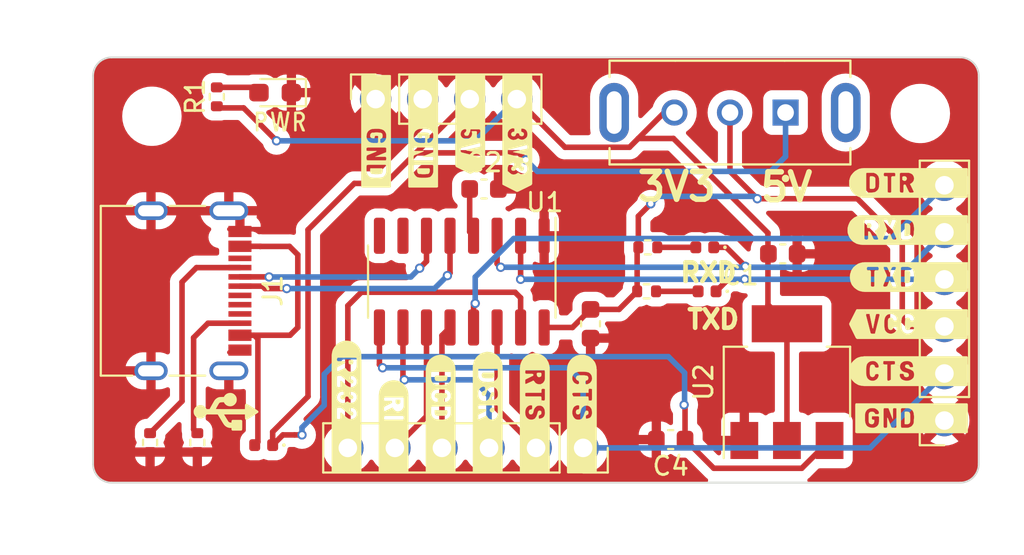
<source format=kicad_pcb>
(kicad_pcb (version 20221018) (generator pcbnew)
  (layers (0 "F.Cu" mixed) (31 "B.Cu" signal) (34 "B.Paste" user) (35 "F.Paste" user) (36 "B.SilkS" user "B.Silkscreen") (37 "F.SilkS" user "F.Silkscreen") (38 "B.Mask" user) (39 "F.Mask" user) (44 "Edge.Cuts" user))
  (net 0 "")
  (net 1 "+3V3")
  (net 2 "GND")
  (net 3 "Net-(U1-V3)")
  (net 4 "VCC_OUT")
  (net 5 "VUSB")
  (net 6 "Net-(D1-A)")
  (net 7 "TXD0")
  (net 8 "Net-(D2-A)")
  (net 9 "RXD0")
  (net 10 "Net-(D3-A)")
  (net 11 "Net-(F1-Pad2)")
  (net 12 "Net-(J1-CC1)")
  (net 13 "D+")
  (net 14 "D-")
  (net 16 "Net-(J1-CC2)")
  (net 18 "CTS")
  (net 19 "RTS")
  (net 20 "DSR")
  (net 21 "DCD")
  (net 22 "RI")
  (net 23 "R232")
  (net 24 "DTR")
  (footprint "Capacitor_SMD:C_0603_1608Metric" (layer "F.Cu") (at 97.575 83.6)
    (fp_text reference "C1" (at -2.275 1.175) (layer "F.SilkS"))
    (fp_text value "2.2uF")
    (pad "1" smd roundrect (at -0.775 0) (size 0.9 0.95) (layers "F.Cu" "F.Paste" "F.Mask") (net 1 "+3V3"))
    (pad "2" smd roundrect (at 0.775 0) (size 0.9 0.95) (layers "F.Cu" "F.Paste" "F.Mask") (net 2 "GND"))
  )
  (footprint "buzzardLabel" (layer "F.Cu") (at 107.9625 92.475)
    (fp_text reference "" (at 0 0) (layer "F.SilkS") (effects (font (size 1.27 1.27))))
    (fp_text value "" (at 0 0) (layer "F.SilkS") (effects (font (size 1.27 1.27))))
  )
  (footprint "Package_SO:SOIC-16_3.9x9.9mm_P1.27mm" (layer "F.Cu") (at 80.25 85.1 -90)
    (fp_text reference "U1" (at -4.275 -4.475 -180) (layer "F.SilkS"))
    (fp_text value "CH340C")
    (pad "1" smd roundrect (at -2.475 -4.445 270) (size 1.95 0.6) (layers "F.Cu" "F.Paste" "F.Mask") (net 2 "GND"))
    (pad "2" smd roundrect (at -2.475 -3.175 270) (size 1.95 0.6) (layers "F.Cu" "F.Paste" "F.Mask") (net 7 "TXD0"))
    (pad "3" smd roundrect (at -2.475 -1.905 270) (size 1.95 0.6) (layers "F.Cu" "F.Paste" "F.Mask") (net 9 "RXD0"))
    (pad "4" smd roundrect (at -2.475 -0.635 270) (size 1.95 0.6) (layers "F.Cu" "F.Paste" "F.Mask") (net 3 "Net-(U1-V3)"))
    (pad "5" smd roundrect (at -2.475 0.635 270) (size 1.95 0.6) (layers "F.Cu" "F.Paste" "F.Mask") (net 13 "D+"))
    (pad "6" smd roundrect (at -2.475 1.905 270) (size 1.95 0.6) (layers "F.Cu" "F.Paste" "F.Mask") (net 14 "D-"))
    (pad "7" smd roundrect (at -2.475 3.175 270) (size 1.95 0.6) (layers "F.Cu" "F.Paste" "F.Mask"))
    (pad "8" smd roundrect (at -2.475 4.445 270) (size 1.95 0.6) (layers "F.Cu" "F.Paste" "F.Mask"))
    (pad "9" smd roundrect (at 2.475 4.445 270) (size 1.95 0.6) (layers "F.Cu" "F.Paste" "F.Mask") (net 18 "CTS"))
    (pad "10" smd roundrect (at 2.475 3.175 270) (size 1.95 0.6) (layers "F.Cu" "F.Paste" "F.Mask") (net 20 "DSR"))
    (pad "11" smd roundrect (at 2.475 1.905 270) (size 1.95 0.6) (layers "F.Cu" "F.Paste" "F.Mask") (net 22 "RI"))
    (pad "12" smd roundrect (at 2.475 0.635 270) (size 1.95 0.6) (layers "F.Cu" "F.Paste" "F.Mask") (net 21 "DCD"))
    (pad "13" smd roundrect (at 2.475 -0.635 270) (size 1.95 0.6) (layers "F.Cu" "F.Paste" "F.Mask") (net 24 "DTR"))
    (pad "14" smd roundrect (at 2.475 -1.905 270) (size 1.95 0.6) (layers "F.Cu" "F.Paste" "F.Mask") (net 19 "RTS"))
    (pad "15" smd roundrect (at 2.475 -3.175 270) (size 1.95 0.6) (layers "F.Cu" "F.Paste" "F.Mask") (net 23 "R232"))
    (pad "16" smd roundrect (at 2.475 -4.445 270) (size 1.95 0.6) (layers "F.Cu" "F.Paste" "F.Mask") (net 4 "VCC_OUT"))
  )
  (footprint "MountingHole:MountingHole_2.7mm_M2.5" (layer "F.Cu") (at 63.525 76.175)
    (fp_text reference "H1" hide)
    (fp_text value "MountingHole" hide)
    (pad "" np_thru_hole circle (at 0 0) (size 2.7 2.7) (drill 2.7) (layers "*.Cu" "*.Mask"))
  )
  (footprint "Resistor_SMD:R_0402_1005Metric" (layer "F.Cu") (at 90.225 85.625)
    (fp_text reference "R2")
    (fp_text value "10k")
    (pad "1" smd roundrect (at -0.51 0) (size 0.54 0.64) (layers "F.Cu" "F.Paste" "F.Mask") (net 4 "VCC_OUT"))
    (pad "2" smd roundrect (at 0.51 0) (size 0.54 0.64) (layers "F.Cu" "F.Paste" "F.Mask") (net 8 "Net-(D2-A)"))
  )
  (footprint "buzzardLabel" (layer "F.Cu") (at 107.9625 82.315)
    (fp_text reference "" (at 0 0) (layer "F.SilkS") (effects (font (size 1.27 1.27))))
    (fp_text value "" (at 0 0) (layer "F.SilkS") (effects (font (size 1.27 1.27))))
  )
  (footprint "Capacitor_SMD:C_0603_1608Metric" (layer "F.Cu") (at 81.45 80.1)
    (fp_text reference "C2" (at 0 -1.43) (layer "F.SilkS"))
    (fp_text value "100n")
    (pad "1" smd roundrect (at -0.775 0) (size 0.9 0.95) (layers "F.Cu" "F.Paste" "F.Mask") (net 3 "Net-(U1-V3)"))
    (pad "2" smd roundrect (at 0.775 0) (size 0.9 0.95) (layers "F.Cu" "F.Paste" "F.Mask") (net 2 "GND"))
  )
  (footprint "Connector_PinSocket_2.54mm:PinSocket_1x04_P2.54mm_Vertical" (layer "F.Cu") (at 75.6 75.25 90)
    (fp_text reference "J4" hide)
    (fp_text value "Conn_01x04_Pin" hide)
    (pad "1" thru_hole circle (at 0 0 90) (size 1.7 1.7) (drill 1) (layers "*.Cu" "*.Mask") (net 2 "GND"))
    (pad "2" thru_hole oval (at 0 2.54 90) (size 1.7 1.7) (drill 1) (layers "*.Cu" "*.Mask") (net 2 "GND"))
    (pad "3" thru_hole oval (at 0 5.08 90) (size 1.7 1.7) (drill 1) (layers "*.Cu" "*.Mask") (net 5 "VUSB"))
    (pad "4" thru_hole oval (at 0 7.62 90) (size 1.7 1.7) (drill 1) (layers "*.Cu" "*.Mask") (net 1 "+3V3"))
  )
  (footprint "Soldered Graphics:Symbol-Front-USB" (layer "F.Cu") (at 67.525 92.125 -90)
    (fp_text reference "G***" hide)
    (fp_text value "LOGO" hide)
  )
  (footprint "buzzardLabel" (layer "F.Cu") (at 86.73 95.85 -90)
    (fp_text reference "" (at 0 0 90) (layer "F.SilkS") (effects (font (size 1.27 1.27))))
    (fp_text value "" (at 0 0 90) (layer "F.SilkS") (effects (font (size 1.27 1.27))))
  )
  (footprint "Connector_USB:USB_C_Receptacle_G-Switch_GT-USB-7010ASV" (layer "F.Cu") (at 64.55 85.595 -90)
    (fp_text reference "J1" (at 0 -5.5 90) (layer "F.SilkS"))
    (fp_text value "USB_C_Receptacle_USB2.0")
    (pad "" np_thru_hole circle (at -2.89 -2.605 270) (size 0.65 0.65) (drill 0.65) (layers "*.Cu" "*.Mask"))
    (pad "" np_thru_hole circle (at 2.89 -2.605 270) (size 0.65 0.65) (drill 0.65) (layers "*.Cu" "*.Mask"))
    (pad "A1" smd rect (at -3.2 -3.725 270) (size 0.6 1.24) (layers "F.Cu" "F.Paste" "F.Mask") (net 2 "GND"))
    (pad "A4" smd rect (at -2.4 -3.725 270) (size 0.6 1.24) (layers "F.Cu" "F.Paste" "F.Mask") (net 11 "Net-(F1-Pad2)"))
    (pad "A5" smd rect (at -1.25 -3.725 270) (size 0.3 1.24) (layers "F.Cu" "F.Paste" "F.Mask") (net 12 "Net-(J1-CC1)"))
    (pad "A6" smd rect (at -0.25 -3.725 270) (size 0.3 1.24) (layers "F.Cu" "F.Paste" "F.Mask") (net 13 "D+"))
    (pad "A7" smd rect (at 0.25 -3.725 270) (size 0.3 1.24) (layers "F.Cu" "F.Paste" "F.Mask") (net 14 "D-"))
    (pad "A8" smd rect (at 1.25 -3.725 270) (size 0.3 1.24) (layers "F.Cu" "F.Paste" "F.Mask"))
    (pad "A9" smd rect (at 2.4 -3.725 270) (size 0.6 1.24) (layers "F.Cu" "F.Paste" "F.Mask") (net 11 "Net-(F1-Pad2)"))
    (pad "A12" smd rect (at 3.2 -3.725 270) (size 0.6 1.24) (layers "F.Cu" "F.Paste" "F.Mask") (net 2 "GND"))
    (pad "B1" smd rect (at 3.2 -3.725 270) (size 0.6 1.24) (layers "F.Cu" "F.Paste" "F.Mask") (net 2 "GND"))
    (pad "B4" smd rect (at 2.4 -3.725 270) (size 0.6 1.24) (layers "F.Cu" "F.Paste" "F.Mask") (net 11 "Net-(F1-Pad2)"))
    (pad "B5" smd rect (at 1.75 -3.725 270) (size 0.3 1.24) (layers "F.Cu" "F.Paste" "F.Mask") (net 16 "Net-(J1-CC2)"))
    (pad "B6" smd rect (at 0.75 -3.725 270) (size 0.3 1.24) (layers "F.Cu" "F.Paste" "F.Mask") (net 13 "D+"))
    (pad "B7" smd rect (at -0.75 -3.725 270) (size 0.3 1.24) (layers "F.Cu" "F.Paste" "F.Mask") (net 14 "D-"))
    (pad "B8" smd rect (at -1.75 -3.725 270) (size 0.3 1.24) (layers "F.Cu" "F.Paste" "F.Mask"))
    (pad "B9" smd rect (at -2.4 -3.725 270) (size 0.6 1.24) (layers "F.Cu" "F.Paste" "F.Mask") (net 11 "Net-(F1-Pad2)"))
    (pad "B12" smd rect (at -3.2 -3.725 270) (size 0.6 1.24) (layers "F.Cu" "F.Paste" "F.Mask") (net 2 "GND"))
    (pad "S1" thru_hole oval (at -4.32 -3.125 270) (size 1 2.1) (drill oval 0.6 1.7) (layers "*.Cu" "*.Mask") (net 2 "GND"))
    (pad "S1" thru_hole oval (at -4.32 1.075 270) (size 1 1.8) (drill oval 0.6 1.4) (layers "*.Cu" "*.Mask") (net 2 "GND"))
    (pad "S1" thru_hole oval (at 4.32 -3.125 270) (size 1 2.1) (drill oval 0.6 1.7) (layers "*.Cu" "*.Mask") (net 2 "GND"))
    (pad "S1" thru_hole oval (at 4.32 1.075 270) (size 1 1.8) (drill oval 0.6 1.4) (layers "*.Cu" "*.Mask") (net 2 "GND"))
  )
  (footprint "Resistor_SMD:R_0402_1005Metric" (layer "F.Cu") (at 65.975 93.79 90)
    (fp_text reference "R5")
    (fp_text value "5k1")
    (pad "1" smd roundrect (at -0.51 0 90) (size 0.54 0.64) (layers "F.Cu" "F.Paste" "F.Mask") (net 2 "GND"))
    (pad "2" smd roundrect (at 0.51 0 90) (size 0.54 0.64) (layers "F.Cu" "F.Paste" "F.Mask") (net 16 "Net-(J1-CC2)"))
  )
  (footprint "buzzardLabel" (layer "F.Cu") (at 107.9625 89.935)
    (fp_text reference "" (at 0 0) (layer "F.SilkS") (effects (font (size 1.27 1.27))))
    (fp_text value "" (at 0 0) (layer "F.SilkS") (effects (font (size 1.27 1.27))))
  )
  (footprint "Resistor_SMD:R_0402_1005Metric" (layer "F.Cu") (at 63.425 93.79 90)
    (fp_text reference "R4")
    (fp_text value "5k1")
    (pad "1" smd roundrect (at -0.51 0 90) (size 0.54 0.64) (layers "F.Cu" "F.Paste" "F.Mask") (net 2 "GND"))
    (pad "2" smd roundrect (at 0.51 0 90) (size 0.54 0.64) (layers "F.Cu" "F.Paste" "F.Mask") (net 12 "Net-(J1-CC1)"))
  )
  (footprint "buzzardLabel" (layer "F.Cu") (at 107.9625 79.775)
    (fp_text reference "" (at 0 0) (layer "F.SilkS") (effects (font (size 1.27 1.27))))
    (fp_text value "" (at 0 0) (layer "F.SilkS") (effects (font (size 1.27 1.27))))
  )
  (footprint "buzzardLabel" (layer "F.Cu") (at 80.705 73.55 -90)
    (fp_text reference "" (at 0 0 90) (layer "F.SilkS") (effects (font (size 1.27 1.27))))
    (fp_text value "" (at 0 0 90) (layer "F.SilkS") (effects (font (size 1.27 1.27))))
  )
  (footprint "LED_SMD:LED_0402_1005Metric" (layer "F.Cu") (at 93.365 83.25 180)
    (fp_text reference "D3")
    (fp_text value "BLUE")
    (pad "1" smd roundrect (at -0.485 0 180) (size 0.59 0.64) (layers "F.Cu" "F.Paste" "F.Mask") (net 9 "RXD0"))
    (pad "2" smd roundrect (at 0.485 0 180) (size 0.59 0.64) (layers "F.Cu" "F.Paste" "F.Mask") (net 10 "Net-(D3-A)"))
  )
  (footprint "Resistor_SMD:R_0402_1005Metric" (layer "F.Cu") (at 90.29 83.25)
    (fp_text reference "R3")
    (fp_text value "10k")
    (pad "1" smd roundrect (at -0.51 0) (size 0.54 0.64) (layers "F.Cu" "F.Paste" "F.Mask") (net 4 "VCC_OUT"))
    (pad "2" smd roundrect (at 0.51 0) (size 0.54 0.64) (layers "F.Cu" "F.Paste" "F.Mask") (net 10 "Net-(D3-A)"))
  )
  (footprint "LED_SMD:LED_0402_1005Metric" (layer "F.Cu") (at 93.49 85.625 180)
    (fp_text reference "D2" hide)
    (fp_text value "WHITE")
    (pad "1" smd roundrect (at -0.485 0 180) (size 0.59 0.64) (layers "F.Cu" "F.Paste" "F.Mask") (net 7 "TXD0"))
    (pad "2" smd roundrect (at 0.485 0 180) (size 0.59 0.64) (layers "F.Cu" "F.Paste" "F.Mask") (net 8 "Net-(D2-A)"))
  )
  (footprint "buzzardLabel" (layer "F.Cu") (at 107.9625 87.395)
    (fp_text reference "" (at 0 0) (layer "F.SilkS") (effects (font (size 1.27 1.27))))
    (fp_text value "" (at 0 0) (layer "F.SilkS") (effects (font (size 1.27 1.27))))
  )
  (footprint "Package_TO_SOT_SMD:SOT-223-3_TabPin2" (layer "F.Cu") (at 97.8 90.525 90)
    (fp_text reference "U2" (at 0 -4.5 90) (layer "F.SilkS"))
    (fp_text value "AMS1117-3.3")
    (pad "1" smd rect (at -3.15 -2.3 90) (size 2 1.5) (layers "F.Cu" "F.Paste" "F.Mask") (net 2 "GND"))
    (pad "2" smd rect (at -3.15 0 90) (size 2 1.5) (layers "F.Cu" "F.Paste" "F.Mask") (net 1 "+3V3"))
    (pad "2" smd rect (at 3.15 0 90) (size 2 3.8) (layers "F.Cu" "F.Paste" "F.Mask") (net 1 "+3V3"))
    (pad "3" smd rect (at -3.15 2.3 90) (size 2 1.5) (layers "F.Cu" "F.Paste" "F.Mask") (net 5 "VUSB"))
  )
  (footprint "buzzardLabel" (layer "F.Cu") (at 107.9625 84.855)
    (fp_text reference "" (at 0 0) (layer "F.SilkS") (effects (font (size 1.27 1.27))))
    (fp_text value "" (at 0 0) (layer "F.SilkS") (effects (font (size 1.27 1.27))))
  )
  (footprint "buzzardLabel" (layer "F.Cu") (at 76.57 95.85 -90)
    (fp_text reference "" (at 0 0 90) (layer "F.SilkS") (effects (font (size 1.27 1.27))))
    (fp_text value "" (at 0 0 90) (layer "F.SilkS") (effects (font (size 1.27 1.27))))
  )
  (footprint "buzzardLabel" (layer "F.Cu") (at 84.19 95.85 -90)
    (fp_text reference "" (at 0 0 90) (layer "F.SilkS") (effects (font (size 1.27 1.27))))
    (fp_text value "" (at 0 0 90) (layer "F.SilkS") (effects (font (size 1.27 1.27))))
  )
  (footprint "Capacitor_SMD:C_0603_1608Metric" (layer "F.Cu") (at 91.525 93.625 180)
    (fp_text reference "C4" (at 0 -1.43) (layer "F.SilkS"))
    (fp_text value "2.2uF")
    (pad "1" smd roundrect (at -0.775 0 180) (size 0.9 0.95) (layers "F.Cu" "F.Paste" "F.Mask") (net 5 "VUSB"))
    (pad "2" smd roundrect (at 0.775 0 180) (size 0.9 0.95) (layers "F.Cu" "F.Paste" "F.Mask") (net 2 "GND"))
  )
  (footprint "Connector_PinSocket_2.54mm:PinSocket_1x06_P2.54mm_Vertical" (layer "F.Cu") (at 86.8 94.075 -90)
    (fp_text reference "J2" hide)
    (fp_text value "Conn_01x06_Pin" hide)
    (pad "1" thru_hole circle (at 0 0 270) (size 1.7 1.7) (drill 1) (layers "*.Cu" "*.Mask") (net 18 "CTS"))
    (pad "2" thru_hole oval (at 0 2.54 270) (size 1.7 1.7) (drill 1) (layers "*.Cu" "*.Mask") (net 19 "RTS"))
    (pad "3" thru_hole oval (at 0 5.08 270) (size 1.7 1.7) (drill 1) (layers "*.Cu" "*.Mask") (net 20 "DSR"))
    (pad "4" thru_hole oval (at 0 7.62 270) (size 1.7 1.7) (drill 1) (layers "*.Cu" "*.Mask") (net 21 "DCD"))
    (pad "5" thru_hole oval (at 0 10.16 270) (size 1.7 1.7) (drill 1) (layers "*.Cu" "*.Mask") (net 22 "RI"))
    (pad "6" thru_hole oval (at 0 12.7 270) (size 1.7 1.7) (drill 1) (layers "*.Cu" "*.Mask") (net 23 "R232"))
  )
  (footprint "EG1206:SW_EG1206" (layer "F.Cu") (at 94.725 75.975 180)
    (fp_text reference "S1")
    (fp_text value "EG1206")
    (pad "1" thru_hole rect (at -3 0 180) (size 1.408 1.408) (drill 0.9) (layers "*.Cu" "*.Mask") (net 5 "VUSB"))
    (pad "2" thru_hole circle (at 0 0 180) (size 1.408 1.408) (drill 0.9) (layers "*.Cu" "*.Mask") (net 4 "VCC_OUT"))
    (pad "3" thru_hole circle (at 3 0 180) (size 1.408 1.408) (drill 0.9) (layers "*.Cu" "*.Mask") (net 1 "+3V3"))
    (pad "SH1" thru_hole oval (at -6.25 0 180) (size 1.6 3.2) (drill oval 0.8 2.3) (layers "*.Cu" "*.Mask"))
    (pad "SH2" thru_hole oval (at 6.25 0 180) (size 1.6 3.2) (drill oval 0.8 2.3) (layers "*.Cu" "*.Mask"))
  )
  (footprint "MountingHole:MountingHole_2.7mm_M2.5" (layer "F.Cu") (at 105 76.025)
    (fp_text reference "H2" hide)
    (fp_text value "MountingHole" hide)
    (pad "" np_thru_hole circle (at 0 0) (size 2.7 2.7) (drill 2.7) (layers "*.Cu" "*.Mask"))
  )
  (footprint "Capacitor_SMD:C_0603_1608Metric" (layer "F.Cu") (at 87.2 87.375 -90)
    (fp_text reference "C3")
    (fp_text value "100n")
    (pad "1" smd roundrect (at -0.775 0 270) (size 0.9 0.95) (layers "F.Cu" "F.Paste" "F.Mask") (net 4 "VCC_OUT"))
    (pad "2" smd roundrect (at 0.775 0 270) (size 0.9 0.95) (layers "F.Cu" "F.Paste" "F.Mask") (net 2 "GND"))
  )
  (footprint "buzzardLabel" (layer "F.Cu") (at 75.625 73.55 -90)
    (fp_text reference "" (at 0 0 90) (layer "F.SilkS") (effects (font (size 1.27 1.27))))
    (fp_text value "" (at 0 0 90) (layer "F.SilkS") (effects (font (size 1.27 1.27))))
  )
  (footprint "buzzardLabel" (layer "F.Cu") (at 83.245 73.55 -90)
    (fp_text reference "" (at 0 0 90) (layer "F.SilkS") (effects (font (size 1.27 1.27))))
    (fp_text value "" (at 0 0 90) (layer "F.SilkS") (effects (font (size 1.27 1.27))))
  )
  (footprint "buzzardLabel" (layer "F.Cu") (at 81.65 95.85 -90)
    (fp_text reference "" (at 0 0 90) (layer "F.SilkS") (effects (font (size 1.27 1.27))))
    (fp_text value "" (at 0 0 90) (layer "F.SilkS") (effects (font (size 1.27 1.27))))
  )
  (footprint "buzzardLabel" (layer "F.Cu") (at 78.165 73.55 -90)
    (fp_text reference "" (at 0 0 90) (layer "F.SilkS") (effects (font (size 1.27 1.27))))
    (fp_text value "" (at 0 0 90) (layer "F.SilkS") (effects (font (size 1.27 1.27))))
  )
  (footprint "LED_SMD:LED_0402_1005Metric" (layer "F.Cu") (at 69.5575 93.925 180)
    (fp_text reference "F1")
    (fp_text value "Fuse")
    (pad "1" smd roundrect (at -0.485 0 180) (size 0.59 0.64) (layers "F.Cu" "F.Paste" "F.Mask") (net 5 "VUSB"))
    (pad "2" smd roundrect (at 0.485 0 180) (size 0.59 0.64) (layers "F.Cu" "F.Paste" "F.Mask") (net 11 "Net-(F1-Pad2)"))
  )
  (footprint "Connector_PinSocket_2.54mm:PinSocket_1x06_P2.54mm_Vertical" (layer "F.Cu") (at 106.3 92.6 180)
    (fp_text reference "J3" hide)
    (fp_text value "Conn_01x06_Pin" hide)
    (pad "1" thru_hole circle (at 0 0 180) (size 1.7 1.7) (drill 1) (layers "*.Cu" "*.Mask") (net 2 "GND"))
    (pad "2" thru_hole oval (at 0 2.54 180) (size 1.7 1.7) (drill 1) (layers "*.Cu" "*.Mask") (net 18 "CTS"))
    (pad "3" thru_hole oval (at 0 5.08 180) (size 1.7 1.7) (drill 1) (layers "*.Cu" "*.Mask") (net 4 "VCC_OUT"))
    (pad "4" thru_hole oval (at 0 7.62 180) (size 1.7 1.7) (drill 1) (layers "*.Cu" "*.Mask") (net 7 "TXD0"))
    (pad "5" thru_hole oval (at 0 10.16 180) (size 1.7 1.7) (drill 1) (layers "*.Cu" "*.Mask") (net 9 "RXD0"))
    (pad "6" thru_hole oval (at 0 12.7 180) (size 1.7 1.7) (drill 1) (layers "*.Cu" "*.Mask") (net 24 "DTR"))
  )
  (footprint "buzzardLabel" (layer "F.Cu") (at 70.45 76.475)
    (fp_text reference "" (at 0 0) (layer "F.SilkS") (effects (font (size 1.27 1.27))))
    (fp_text value "" (at 0 0) (layer "F.SilkS") (effects (font (size 1.27 1.27))))
  )
  (footprint "Resistor_SMD:R_0402_1005Metric" (layer "F.Cu") (at 67.0275 75.125 90)
    (fp_text reference "R1" (at 0 -1.17 90) (layer "F.SilkS"))
    (fp_text value "2K2")
    (pad "1" smd roundrect (at -0.51 0 90) (size 0.54 0.64) (layers "F.Cu" "F.Paste" "F.Mask") (net 1 "+3V3"))
    (pad "2" smd roundrect (at 0.51 0 90) (size 0.54 0.64) (layers "F.Cu" "F.Paste" "F.Mask") (net 6 "Net-(D1-A)"))
  )
  (footprint "LED_SMD:LED_0603_1608Metric_Pad1.05x0.95mm_HandSolder" (layer "F.Cu") (at 70.1775 74.9 180)
    (fp_text reference "D1")
    (fp_text value "Purple")
    (pad "1" smd roundrect (at -0.875 0 180) (size 1.05 0.95) (layers "F.Cu" "F.Paste" "F.Mask") (net 2 "GND"))
    (pad "2" smd roundrect (at 0.875 0 180) (size 1.05 0.95) (layers "F.Cu" "F.Paste" "F.Mask") (net 6 "Net-(D1-A)"))
  )
  (footprint "buzzardLabel" (layer "F.Cu") (at 74.03 95.85 -90)
    (fp_text reference "" (at 0 0 90) (layer "F.SilkS") (effects (font (size 1.27 1.27))))
    (fp_text value "" (at 0 0 90) (layer "F.SilkS") (effects (font (size 1.27 1.27))))
  )
  (footprint "buzzardLabel" (layer "F.Cu") (at 79.11 95.85 -90)
    (fp_text reference "" (at 0 0 90) (layer "F.SilkS") (effects (font (size 1.27 1.27))))
    (fp_text value "" (at 0 0 90) (layer "F.SilkS") (effects (font (size 1.27 1.27))))
  )
  (gr_arc (start 108.149999 94.949999) (mid 107.857106 95.657106) (end 107.149999 95.949999) (stroke (width 0.1)) (layer "Edge.Cuts"))
  (gr_line (start 107.149999 72.999999) (end 61.35 73) (stroke (width 0.1)) (layer "Edge.Cuts"))
  (gr_line (start 108.149999 94.949999) (end 108.149999 73.999999) (stroke (width 0.1)) (layer "Edge.Cuts"))
  (gr_line (start 61.349999 95.949999) (end 107.149999 95.949999) (stroke (width 0.1)) (layer "Edge.Cuts"))
  (gr_line (start 60.35 74) (end 60.349999 94.949999) (stroke (width 0.1)) (layer "Edge.Cuts"))
  (gr_arc (start 60.35 74) (mid 60.642893 73.292893) (end 61.35 73) (stroke (width 0.1)) (layer "Edge.Cuts"))
  (gr_arc (start 107.149999 72.999999) (mid 107.857106 73.292892) (end 108.149999 73.999999) (stroke (width 0.1)) (layer "Edge.Cuts"))
  (gr_arc (start 61.349999 95.949999) (mid 60.642892 95.657106) (end 60.349999 94.949999) (stroke (width 0.1)) (layer "Edge.Cuts"))
  (gr_text "RXD" (at 91.925 85.2) (layer "F.SilkS") (effects (font (size 1 1) (thickness 0.25) bold) (justify left bottom)))
  (gr_text "5V" (at 96.225 80.875) (layer "F.SilkS") (effects (font (size 1.5 1.5) (thickness 0.3) bold) (justify left bottom)))
  (gr_text "3V3" (at 89.575 80.85) (layer "F.SilkS") (effects (font (size 1.5 1.5) (thickness 0.3) bold) (justify left bottom)))
  (gr_text "TXD" (at 92.3 87.725) (layer "F.SilkS") (effects (font (size 1 1) (thickness 0.25) bold) (justify left bottom)))
  (segment (start 89.775 77.375) (end 91.3155 75.8345) (width 0.3) (layer "F.Cu") (net 1))
  (segment (start 85.82 77.85) (end 89.3 77.85) (width 0.3) (layer "F.Cu") (net 1))
  (segment (start 91.3155 75.8345) (end 91.725 75.8345) (width 0.3) (layer "F.Cu") (net 1))
  (segment (start 96.775 86.35) (end 97.8 87.375) (width 0.3) (layer "F.Cu") (net 1))
  (segment (start 89.775 77.375) (end 91.675 77.375) (width 0.3) (layer "F.Cu") (net 1))
  (segment (start 83.22 75.25) (end 85.82 77.85) (width 0.3) (layer "F.Cu") (net 1))
  (segment (start 97.8 87.375) (end 97.8 94.075) (width 0.3) (layer "F.Cu") (net 1))
  (segment (start 68.475 75.725) (end 70.25 77.5) (width 0.3) (layer "F.Cu") (net 1))
  (segment (start 70.18 77.57) (end 70.25 77.5) (width 0.3) (layer "F.Cu") (net 1))
  (segment (start 67.1175 75.725) (end 68.475 75.725) (width 0.3) (layer "F.Cu") (net 1))
  (segment (start 91.675 77.375) (end 96.775 82.475) (width 0.3) (layer "F.Cu") (net 1))
  (segment (start 96.775 82.475) (end 96.775 86.35) (width 0.3) (layer "F.Cu") (net 1))
  (segment (start 89.3 77.85) (end 89.775 77.375) (width 0.3) (layer "F.Cu") (net 1))
  (via (at 70.25 77.5) (size 0.5) (drill 0.3) (layers "F.Cu" "B.Cu") (net 1))
  (segment (start 80.97 77.5) (end 83.22 75.25) (width 0.3) (layer "B.Cu") (net 1))
  (segment (start 70.25 77.5) (end 80.97 77.5) (width 0.3) (layer "B.Cu") (net 1))
  (segment (start 80.675 82.415) (end 80.885 82.625) (width 0.3) (layer "F.Cu") (net 3))
  (segment (start 80.675 80.1) (end 80.675 82.415) (width 0.3) (layer "F.Cu") (net 3))
  (segment (start 94.725 79.15) (end 96.2 80.625) (width 0.3) (layer "F.Cu") (net 4))
  (segment (start 88.74 86.6) (end 89.715 85.625) (width 0.3) (layer "F.Cu") (net 4))
  (segment (start 89.715 83.315) (end 89.78 83.25) (width 0.3) (layer "F.Cu") (net 4))
  (segment (start 104.025 87.15) (end 104.395 87.52) (width 0.3) (layer "F.Cu") (net 4))
  (segment (start 89.715 85.625) (end 89.715 83.315) (width 0.3) (layer "F.Cu") (net 4))
  (segment (start 84.695 87.575) (end 86.225 87.575) (width 0.3) (layer "F.Cu") (net 4))
  (segment (start 104.025 83.05) (end 104.025 87.15) (width 0.3) (layer "F.Cu") (net 4))
  (segment (start 104.395 87.52) (end 106.3 87.52) (width 0.3) (layer "F.Cu") (net 4))
  (segment (start 96.2 80.625) (end 101.6 80.625) (width 0.3) (layer "F.Cu") (net 4))
  (segment (start 89.78 83.25) (end 89.78 81.57) (width 0.3) (layer "F.Cu") (net 4))
  (segment (start 89.78 81.57) (end 90.45 80.9) (width 0.3) (layer "F.Cu") (net 4))
  (segment (start 94.725 75.8345) (end 94.725 79.15) (width 0.3) (layer "F.Cu") (net 4))
  (segment (start 86.225 87.575) (end 87.2 86.6) (width 0.3) (layer "F.Cu") (net 4))
  (segment (start 101.6 80.625) (end 104.025 83.05) (width 0.3) (layer "F.Cu") (net 4))
  (segment (start 87.2 86.6) (end 88.74 86.6) (width 0.3) (layer "F.Cu") (net 4))
  (via (at 90.45 80.9) (size 0.5) (drill 0.3) (layers "F.Cu" "B.Cu") (net 4))
  (via (at 96.2 80.625) (size 0.5) (drill 0.3) (layers "F.Cu" "B.Cu") (net 4))
  (segment (start 96.2 80.625) (end 96.075 80.5) (width 0.3) (layer "B.Cu") (net 4))
  (segment (start 90.85 80.5) (end 90.45 80.9) (width 0.3) (layer "B.Cu") (net 4))
  (segment (start 96.075 80.5) (end 90.85 80.5) (width 0.3) (layer "B.Cu") (net 4))
  (segment (start 93.85 95.175) (end 98.6 95.175) (width 0.3) (layer "F.Cu") (net 5))
  (segment (start 70.0425 93.925) (end 70.0425 93.2075) (width 0.3) (layer "F.Cu") (net 5))
  (segment (start 76.13 79.8) (end 74.45 79.8) (width 0.3) (layer "F.Cu") (net 5))
  (segment (start 71.225 93.375) (end 70.5925 93.375) (width 0.3) (layer "F.Cu") (net 5))
  (segment (start 83.3275 78.1525) (end 83.7 78.525) (width 0.3) (layer "F.Cu") (net 5))
  (segment (start 80.68 75.25) (end 77.7775 78.1525) (width 0.3) (layer "F.Cu") (net 5))
  (segment (start 92.3 93.625) (end 93.85 95.175) (width 0.3) (layer "F.Cu") (net 5))
  (segment (start 92.3 93.625) (end 92.3 91.8) (width 0.3) (layer "F.Cu") (net 5))
  (segment (start 70.5925 93.375) (end 70.0425 93.925) (width 0.3) (layer "F.Cu") (net 5))
  (segment (start 71.95 91.3) (end 70.5125 92.7375) (width 0.3) (layer "F.Cu") (net 5))
  (segment (start 70.0425 93.2075) (end 70.5125 92.7375) (width 0.3) (layer "F.Cu") (net 5))
  (segment (start 77.7775 78.1525) (end 76.13 79.8) (width 0.3) (layer "F.Cu") (net 5))
  (segment (start 98.6 95.175) (end 100.1 93.675) (width 0.3) (layer "F.Cu") (net 5))
  (segment (start 71.225 93.375) (end 71.625 93.375) (width 0.3) (layer "F.Cu") (net 5))
  (segment (start 71.95 82.3) (end 71.95 91.3) (width 0.3) (layer "F.Cu") (net 5))
  (segment (start 77.7775 78.1525) (end 83.3275 78.1525) (width 0.3) (layer "F.Cu") (net 5))
  (segment (start 74.45 79.8) (end 71.95 82.3) (width 0.3) (layer "F.Cu") (net 5))
  (segment (start 92.3 91.8) (end 92.25 91.75) (width 0.3) (layer "F.Cu") (net 5))
  (via (at 71.625 93.375) (size 0.5) (drill 0.3) (layers "F.Cu" "B.Cu") (net 5))
  (via (at 83.7 78.525) (size 0.5) (drill 0.3) (layers "F.Cu" "B.Cu") (net 5))
  (via (at 92.25 91.75) (size 0.5) (drill 0.3) (layers "F.Cu" "B.Cu") (net 5))
  (segment (start 91.4 89.15) (end 92.275 90.025) (width 0.3) (layer "B.Cu") (net 5))
  (segment (start 72.825 90.1) (end 73.775 89.15) (width 0.3) (layer "B.Cu") (net 5))
  (segment (start 96.925 79.15) (end 84.325 79.15) (width 0.3) (layer "B.Cu") (net 5))
  (segment (start 71.625 92.975) (end 72.825 91.775) (width 0.3) (layer "B.Cu") (net 5))
  (segment (start 71.625 93.375) (end 71.625 92.975) (width 0.3) (layer "B.Cu") (net 5))
  (segment (start 84.325 79.15) (end 83.7 78.525) (width 0.3) (layer "B.Cu") (net 5))
  (segment (start 97.725 75.425) (end 97.725 78.35) (width 0.3) (layer "B.Cu") (net 5))
  (segment (start 92.275 91.725) (end 92.25 91.75) (width 0.3) (layer "B.Cu") (net 5))
  (segment (start 72.825 91.775) (end 72.825 90.1) (width 0.3) (layer "B.Cu") (net 5))
  (segment (start 73.775 89.15) (end 91.4 89.15) (width 0.3) (layer "B.Cu") (net 5))
  (segment (start 92.275 90.025) (end 92.275 91.725) (width 0.3) (layer "B.Cu") (net 5))
  (segment (start 97.725 78.35) (end 96.925 79.15) (width 0.3) (layer "B.Cu") (net 5))
  (segment (start 67.0275 74.615) (end 69.0175 74.615) (width 0.3) (layer "F.Cu") (net 6))
  (segment (start 94.625 84.975) (end 93.975 85.625) (width 0.3) (layer "F.Cu") (net 7))
  (segment (start 83.425 82.625) (end 83.425 84.975) (width 0.3) (layer "F.Cu") (net 7))
  (segment (start 95.525 84.975) (end 94.625 84.975) (width 0.3) (layer "F.Cu") (net 7))
  (via (at 83.425 84.975) (size 0.5) (drill 0.3) (layers "F.Cu" "B.Cu") (net 7))
  (via (at 95.525 84.975) (size 0.5) (drill 0.3) (layers "F.Cu" "B.Cu") (net 7))
  (segment (start 106.3 84.98) (end 106.295 84.975) (width 0.3) (layer "B.Cu") (net 7))
  (segment (start 106.295 84.975) (end 83.425 84.975) (width 0.3) (layer "B.Cu") (net 7))
  (segment (start 90.735 85.625) (end 93.005 85.625) (width 0.3) (layer "F.Cu") (net 8))
  (segment (start 82.155 84.13) (end 82.35 84.325) (width 0.3) (layer "F.Cu") (net 9))
  (segment (start 94.52587 83.25) (end 93.85 83.25) (width 0.3) (layer "F.Cu") (net 9))
  (segment (start 82.155 82.625) (end 82.155 84.13) (width 0.3) (layer "F.Cu") (net 9))
  (segment (start 95.551884 84.276014) (end 94.52587 83.25) (width 0.3) (layer "F.Cu") (net 9))
  (via (at 82.35 84.325) (size 0.5) (drill 0.3) (layers "F.Cu" "B.Cu") (net 9))
  (via (at 95.551884 84.276014) (size 0.5) (drill 0.3) (layers "F.Cu" "B.Cu") (net 9))
  (segment (start 104.415 84.325) (end 106.3 82.44) (width 0.3) (layer "B.Cu") (net 9))
  (segment (start 82.35 84.325) (end 104.415 84.325) (width 0.3) (layer "B.Cu") (net 9))
  (segment (start 90.8 83.25) (end 92.88 83.25) (width 0.3) (layer "F.Cu") (net 10))
  (segment (start 71.4 87.575) (end 71.4 83.65) (width 0.3) (layer "F.Cu") (net 11))
  (segment (start 71.4 83.65) (end 70.95 83.2) (width 0.3) (layer "F.Cu") (net 11))
  (segment (start 69.245 88.19) (end 69.05 87.995) (width 0.3) (layer "F.Cu") (net 11))
  (segment (start 69.0725 93.925) (end 69.245 93.7525) (width 0.3) (layer "F.Cu") (net 11))
  (segment (start 69.368529 83.195) (end 68.275 83.195) (width 0.3) (layer "F.Cu") (net 11))
  (segment (start 70.95 83.2) (end 69.373529 83.2) (width 0.3) (layer "F.Cu") (net 11))
  (segment (start 70.98 87.995) (end 71.4 87.575) (width 0.3) (layer "F.Cu") (net 11))
  (segment (start 69.05 87.995) (end 68.275 87.995) (width 0.3) (layer "F.Cu") (net 11))
  (segment (start 69.373529 83.2) (end 69.368529 83.195) (width 0.3) (layer "F.Cu") (net 11))
  (segment (start 68.275 87.995) (end 70.98 87.995) (width 0.3) (layer "F.Cu") (net 11))
  (segment (start 69.245 93.7525) (end 69.245 88.19) (width 0.3) (layer "F.Cu") (net 11))
  (segment (start 65.15 85.125) (end 65.93 84.345) (width 0.3) (layer "F.Cu") (net 12))
  (segment (start 63.425 93.28) (end 65.15 91.555) (width 0.3) (layer "F.Cu") (net 12))
  (segment (start 65.15 91.555) (end 65.15 85.125) (width 0.3) (layer "F.Cu") (net 12))
  (segment (start 65.93 84.345) (end 68.275 84.345) (width 0.3) (layer "F.Cu") (net 12))
  (segment (start 68.275 85.345) (end 69.496471 85.345) (width 0.3) (layer "F.Cu") (net 13))
  (segment (start 69.626471 85.475) (end 70.8 85.475) (width 0.3) (layer "F.Cu") (net 13))
  (segment (start 79.615 82.625) (end 79.615 84.635) (width 0.3) (layer "F.Cu") (net 13))
  (segment (start 79.615 84.635) (end 79.475 84.775) (width 0.3) (layer "F.Cu") (net 13))
  (segment (start 69.496471 85.345) (end 69.626471 85.475) (width 0.3) (layer "F.Cu") (net 13))
  (via (at 70.8 85.475) (size 0.5) (drill 0.3) (layers "F.Cu" "B.Cu") (net 13))
  (via (at 79.475 84.775) (size 0.5) (drill 0.3) (layers "F.Cu" "B.Cu") (net 13))
  (segment (start 78.775 85.475) (end 79.475 84.775) (width 0.3) (layer "B.Cu") (net 13))
  (segment (start 70.8 85.475) (end 78.775 85.475) (width 0.3) (layer "B.Cu") (net 13))
  (segment (start 69.845 84.845) (end 69.85 84.85) (width 0.3) (layer "F.Cu") (net 14))
  (segment (start 78.345 82.625) (end 78.345 84.005) (width 0.3) (layer "F.Cu") (net 14))
  (segment (start 78.345 84.005) (end 77.975 84.375) (width 0.3) (layer "F.Cu") (net 14))
  (segment (start 68.275 84.845) (end 69.845 84.845) (width 0.3) (layer "F.Cu") (net 14))
  (via (at 69.85 84.85) (size 0.5) (drill 0.3) (layers "F.Cu" "B.Cu") (net 14))
  (via (at 77.975 84.375) (size 0.5) (drill 0.3) (layers "F.Cu" "B.Cu") (net 14))
  (segment (start 69.85 84.85) (end 77.5 84.85) (width 0.3) (layer "B.Cu") (net 14))
  (segment (start 77.5 84.85) (end 77.975 84.375) (width 0.3) (layer "B.Cu") (net 14))
  (segment (start 66.555 87.345) (end 68.275 87.345) (width 0.3) (layer "F.Cu") (net 16))
  (segment (start 65.775 93.08) (end 65.775 88.125) (width 0.3) (layer "F.Cu") (net 16))
  (segment (start 65.975 93.28) (end 65.775 93.08) (width 0.3) (layer "F.Cu") (net 16))
  (segment (start 65.775 88.125) (end 66.555 87.345) (width 0.3) (layer "F.Cu") (net 16))
  (segment (start 75.805 89.58) (end 75.975 89.75) (width 0.3) (layer "F.Cu") (net 18))
  (segment (start 75.805 87.575) (end 75.805 89.58) (width 0.3) (layer "F.Cu") (net 18))
  (via (at 75.975 89.75) (size 0.5) (drill 0.3) (layers "F.Cu" "B.Cu") (net 18))
  (segment (start 86.025 89.75) (end 86.8 90.525) (width 0.3) (layer "B.Cu") (net 18))
  (segment (start 86.8 90.525) (end 86.8 94.075) (width 0.3) (layer "B.Cu") (net 18))
  (segment (start 86.8 94.075) (end 102.285 94.075) (width 0.3) (layer "B.Cu") (net 18))
  (segment (start 102.285 94.075) (end 106.3 90.06) (width 0.3) (layer "B.Cu") (net 18))
  (segment (start 75.975 89.75) (end 86.025 89.75) (width 0.3) (layer "B.Cu") (net 18))
  (segment (start 82.155 91.97) (end 84.26 94.075) (width 0.3) (layer "F.Cu") (net 19))
  (segment (start 82.155 87.575) (end 82.155 91.97) (width 0.3) (layer "F.Cu") (net 19))
  (segment (start 77.075 87.575) (end 77.075 90.325) (width 0.3) (layer "F.Cu") (net 20))
  (segment (start 77.075 90.325) (end 77.15 90.4) (width 0.3) (layer "F.Cu") (net 20))
  (via (at 77.15 90.4) (size 0.5) (drill 0.3) (layers "F.Cu" "B.Cu") (net 20))
  (segment (start 77.15 90.4) (end 80.875 90.4) (width 0.3) (layer "B.Cu") (net 20))
  (segment (start 81.72 91.245) (end 81.72 94.075) (width 0.3) (layer "B.Cu") (net 20))
  (segment (start 80.875 90.4) (end 81.72 91.245) (width 0.3) (layer "B.Cu") (net 20))
  (segment (start 79.18 88.01) (end 79.18 94.075) (width 0.3) (layer "F.Cu") (net 21))
  (segment (start 79.615 87.575) (end 79.18 88.01) (width 0.3) (layer "F.Cu") (net 21))
  (segment (start 78.345 92.37) (end 76.64 94.075) (width 0.3) (layer "F.Cu") (net 22))
  (segment (start 78.345 87.575) (end 78.345 92.37) (width 0.3) (layer "F.Cu") (net 22))
  (segment (start 83.425 85.975) (end 83.125 85.675) (width 0.3) (layer "F.Cu") (net 23))
  (segment (start 83.425 87.575) (end 83.425 85.975) (width 0.3) (layer "F.Cu") (net 23))
  (segment (start 83.125 85.675) (end 74.825 85.675) (width 0.3) (layer "F.Cu") (net 23))
  (segment (start 74.1 86.4) (end 74.1 94.075) (width 0.3) (layer "F.Cu") (net 23))
  (segment (start 74.825 85.675) (end 74.1 86.4) (width 0.3) (layer "F.Cu") (net 23))
  (segment (start 80.975 86.225) (end 80.975 86.2745) (width 0.3) (layer "F.Cu") (net 24))
  (segment (start 80.885 86.315) (end 80.975 86.225) (width 0.3) (layer "F.Cu") (net 24))
  (segment (start 80.885 87.575) (end 80.885 86.315) (width 0.3) (layer "F.Cu") (net 24))
  (via (at 80.975 86.2745) (size 0.5) (drill 0.3) (layers "F.Cu" "B.Cu") (net 24))
  (segment (start 80.975 86.2745) (end 80.975 84.851471) (width 0.3) (layer "B.Cu") (net 24))
  (segment (start 83.051471 82.775) (end 103.425 82.775) (width 0.3) (layer "B.Cu") (net 24))
  (segment (start 80.975 84.851471) (end 83.051471 82.775) (width 0.3) (layer "B.Cu") (net 24))
  (segment (start 103.425 82.775) (end 106.3 79.9) (width 0.3) (layer "B.Cu") (net 24))
  (zone (net 2) (net_name "GND") (layer "F.Cu") (connect_pads (clearance 0.5)) (min_thickness 0.25) (fill yes (thermal_gap 0.5) (thermal_bridge_width 0.5))
    (polygon (pts (xy 57.35 70.1) (xy 110.175 70.175) (xy 110.6 99.85) (xy 57.85 99.85) (xy 55.325 90.95) (xy 55.525 90.8) (xy 55.95 84)))
  )
)
</source>
